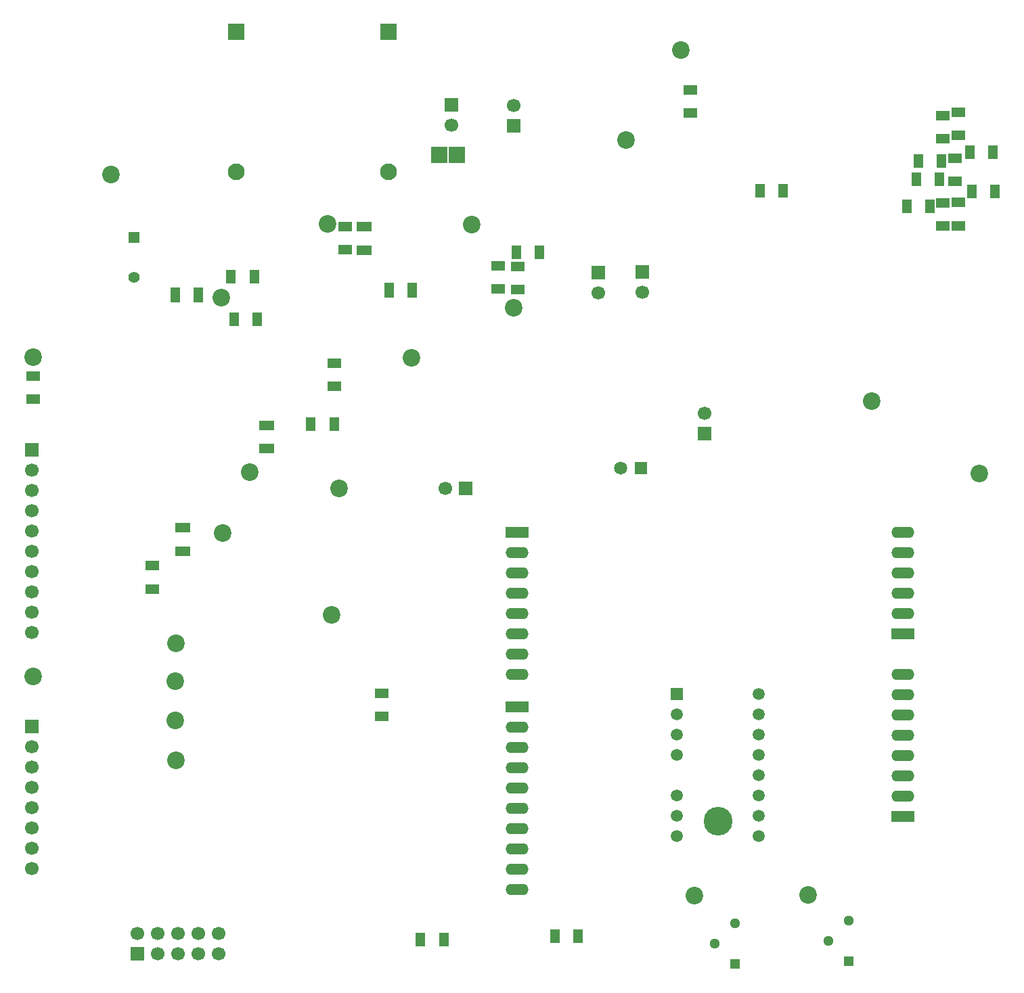
<source format=gbs>
G04*
G04 #@! TF.GenerationSoftware,Altium Limited,Altium Designer,22.2.1 (43)*
G04*
G04 Layer_Color=16711935*
%FSLAX25Y25*%
%MOIN*%
G70*
G04*
G04 #@! TF.SameCoordinates,0C248E19-6CAA-4B9F-B23F-7957EF95655F*
G04*
G04*
G04 #@! TF.FilePolarity,Negative*
G04*
G01*
G75*
%ADD47R,0.07480X0.05118*%
%ADD49R,0.07087X0.04724*%
%ADD61R,0.05079X0.05079*%
%ADD62C,0.05079*%
%ADD63C,0.05906*%
%ADD64R,0.05906X0.05906*%
%ADD65C,0.14173*%
%ADD66C,0.08661*%
%ADD67R,0.08268X0.08268*%
%ADD68C,0.08268*%
%ADD69C,0.06693*%
%ADD70R,0.06693X0.06693*%
%ADD71C,0.06457*%
%ADD72R,0.06457X0.06457*%
%ADD73C,0.05512*%
%ADD74R,0.05512X0.05512*%
%ADD75R,0.11201X0.05598*%
%ADD76O,0.11201X0.05598*%
%ADD77R,0.06693X0.06693*%
%ADD91R,0.04724X0.07087*%
%ADD92R,0.05118X0.07480*%
%ADD94R,0.08071X0.07874*%
D47*
X171263Y363774D02*
D03*
Y375192D02*
D03*
X123231Y265940D02*
D03*
Y277357D02*
D03*
X81893Y215391D02*
D03*
Y226808D02*
D03*
D49*
X161814Y375389D02*
D03*
Y363971D02*
D03*
X463830Y375782D02*
D03*
Y387200D02*
D03*
Y431688D02*
D03*
Y420271D02*
D03*
X8271Y290349D02*
D03*
Y301767D02*
D03*
X237404Y344483D02*
D03*
Y355901D02*
D03*
X246853Y344286D02*
D03*
Y355704D02*
D03*
X156696Y296649D02*
D03*
Y308066D02*
D03*
X66932Y208184D02*
D03*
Y196767D02*
D03*
X462255Y397633D02*
D03*
Y409050D02*
D03*
X456349Y375586D02*
D03*
Y387003D02*
D03*
X331893Y442711D02*
D03*
Y431294D02*
D03*
X179921Y133858D02*
D03*
Y145276D02*
D03*
X456349Y418499D02*
D03*
Y429916D02*
D03*
D61*
X409842Y13386D02*
D03*
X353937Y11811D02*
D03*
D62*
X409842Y33386D02*
D03*
X399843Y23386D02*
D03*
X343937Y21811D02*
D03*
X353937Y31811D02*
D03*
D63*
X365591Y114923D02*
D03*
Y134923D02*
D03*
X325277Y134922D02*
D03*
X365591Y124923D02*
D03*
X325277Y124922D02*
D03*
Y114922D02*
D03*
X365591Y104923D02*
D03*
Y94923D02*
D03*
X325277Y94922D02*
D03*
X365591Y84923D02*
D03*
X325277Y84922D02*
D03*
X365591Y74923D02*
D03*
X325277Y74922D02*
D03*
X365591Y144923D02*
D03*
D64*
X325277Y144922D02*
D03*
D65*
X345433Y82401D02*
D03*
D66*
X8268Y153543D02*
D03*
X224412Y376373D02*
D03*
X300397Y418105D02*
D03*
X474409Y253543D02*
D03*
X46457Y400787D02*
D03*
X244885Y335428D02*
D03*
X155118Y183858D02*
D03*
X333858Y45669D02*
D03*
X8271Y311019D02*
D03*
X153153Y376767D02*
D03*
X158782Y246255D02*
D03*
X194491Y310625D02*
D03*
X114964Y254326D02*
D03*
X421263Y289365D02*
D03*
X101578Y224404D02*
D03*
X327168Y462200D02*
D03*
X78740Y112205D02*
D03*
X78347Y151181D02*
D03*
X78347Y131890D02*
D03*
X78740Y170079D02*
D03*
X389764Y46063D02*
D03*
X100787Y340158D02*
D03*
D67*
X108271Y471255D02*
D03*
X183106Y471223D02*
D03*
D68*
X108271Y402357D02*
D03*
X183106Y402325D02*
D03*
D69*
X7483Y175271D02*
D03*
Y185271D02*
D03*
Y195271D02*
D03*
Y205271D02*
D03*
Y255271D02*
D03*
Y245271D02*
D03*
Y235271D02*
D03*
Y225271D02*
D03*
Y215271D02*
D03*
X7480Y59055D02*
D03*
Y69055D02*
D03*
Y119055D02*
D03*
Y109055D02*
D03*
Y99055D02*
D03*
Y89055D02*
D03*
Y79055D02*
D03*
X286614Y342756D02*
D03*
X59618Y27047D02*
D03*
X69618Y17047D02*
D03*
Y27047D02*
D03*
X79618Y17047D02*
D03*
Y27047D02*
D03*
X89618Y17047D02*
D03*
X99618D02*
D03*
X89618Y27047D02*
D03*
X99618D02*
D03*
X211263Y246255D02*
D03*
X244882Y434921D02*
D03*
X214173Y425315D02*
D03*
X338976Y283228D02*
D03*
X308268Y343032D02*
D03*
D70*
X7483Y265271D02*
D03*
X7480Y129055D02*
D03*
X286614Y352756D02*
D03*
X59618Y17047D02*
D03*
X244882Y424921D02*
D03*
X214173Y435315D02*
D03*
X338976Y273228D02*
D03*
X308268Y353031D02*
D03*
D71*
X297756Y256299D02*
D03*
D72*
X307756D02*
D03*
D73*
X57877Y350389D02*
D03*
D74*
Y370074D02*
D03*
D75*
X436732Y174614D02*
D03*
X246732Y138614D02*
D03*
Y224614D02*
D03*
X436732Y84614D02*
D03*
D76*
X246732Y48614D02*
D03*
Y58614D02*
D03*
Y68614D02*
D03*
Y78614D02*
D03*
Y88614D02*
D03*
Y98614D02*
D03*
Y108614D02*
D03*
Y118614D02*
D03*
Y128614D02*
D03*
Y154614D02*
D03*
Y164614D02*
D03*
Y174614D02*
D03*
Y184614D02*
D03*
Y194614D02*
D03*
Y204614D02*
D03*
Y214614D02*
D03*
X436732Y224614D02*
D03*
Y214614D02*
D03*
Y204614D02*
D03*
Y194614D02*
D03*
Y184614D02*
D03*
Y154614D02*
D03*
Y144614D02*
D03*
Y134614D02*
D03*
Y124614D02*
D03*
Y114614D02*
D03*
Y104614D02*
D03*
Y94614D02*
D03*
D77*
X221263Y246255D02*
D03*
D91*
X470475Y392515D02*
D03*
X481893D02*
D03*
X118701Y329528D02*
D03*
X107283D02*
D03*
X117129Y350782D02*
D03*
X105712D02*
D03*
X246263Y362593D02*
D03*
X257680D02*
D03*
X156499Y277948D02*
D03*
X145082D02*
D03*
X366145Y392908D02*
D03*
X377562D02*
D03*
X443160Y398617D02*
D03*
X454578D02*
D03*
X455562Y407672D02*
D03*
X444145D02*
D03*
X469538Y412003D02*
D03*
X480956D02*
D03*
X449853Y385231D02*
D03*
X438436D02*
D03*
X199016Y24016D02*
D03*
X210433D02*
D03*
X265158Y25591D02*
D03*
X276575D02*
D03*
D92*
X78153Y341727D02*
D03*
X89570D02*
D03*
X183661Y344094D02*
D03*
X195079D02*
D03*
D94*
X208268Y410630D02*
D03*
X216929D02*
D03*
M02*

</source>
